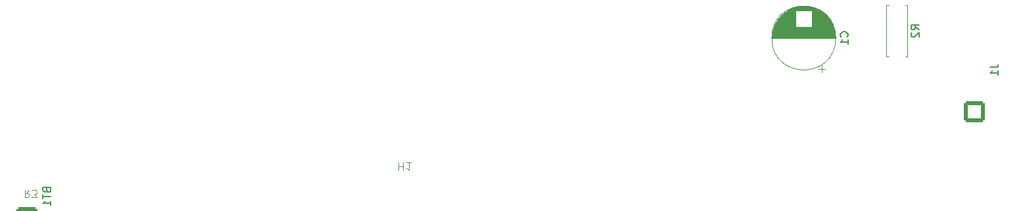
<source format=gbo>
G04 #@! TF.GenerationSoftware,KiCad,Pcbnew,8.0.2*
G04 #@! TF.CreationDate,2024-07-25T20:56:57+08:00*
G04 #@! TF.ProjectId,hitbox,68697462-6f78-42e6-9b69-6361645f7063,rev?*
G04 #@! TF.SameCoordinates,Original*
G04 #@! TF.FileFunction,Legend,Bot*
G04 #@! TF.FilePolarity,Positive*
%FSLAX46Y46*%
G04 Gerber Fmt 4.6, Leading zero omitted, Abs format (unit mm)*
G04 Created by KiCad (PCBNEW 8.0.2) date 2024-07-25 20:56:57*
%MOMM*%
%LPD*%
G01*
G04 APERTURE LIST*
G04 Aperture macros list*
%AMRoundRect*
0 Rectangle with rounded corners*
0 $1 Rounding radius*
0 $2 $3 $4 $5 $6 $7 $8 $9 X,Y pos of 4 corners*
0 Add a 4 corners polygon primitive as box body*
4,1,4,$2,$3,$4,$5,$6,$7,$8,$9,$2,$3,0*
0 Add four circle primitives for the rounded corners*
1,1,$1+$1,$2,$3*
1,1,$1+$1,$4,$5*
1,1,$1+$1,$6,$7*
1,1,$1+$1,$8,$9*
0 Add four rect primitives between the rounded corners*
20,1,$1+$1,$2,$3,$4,$5,0*
20,1,$1+$1,$4,$5,$6,$7,0*
20,1,$1+$1,$6,$7,$8,$9,0*
20,1,$1+$1,$8,$9,$2,$3,0*%
G04 Aperture macros list end*
%ADD10C,0.150000*%
%ADD11C,0.100000*%
%ADD12C,0.120000*%
%ADD13C,3.200000*%
%ADD14C,1.700000*%
%ADD15C,4.000000*%
%ADD16C,2.200000*%
%ADD17R,1.600000X1.600000*%
%ADD18O,1.600000X1.600000*%
%ADD19R,1.700000X1.700000*%
%ADD20O,1.700000X1.700000*%
%ADD21RoundRect,0.250000X1.125000X-1.125000X1.125000X1.125000X-1.125000X1.125000X-1.125000X-1.125000X0*%
%ADD22C,2.750000*%
%ADD23C,1.600000*%
%ADD24R,3.500000X3.500000*%
%ADD25R,3.000000X3.000000*%
G04 APERTURE END LIST*
D10*
X17511009Y-63514285D02*
X17558628Y-63657142D01*
X17558628Y-63657142D02*
X17606247Y-63704761D01*
X17606247Y-63704761D02*
X17701485Y-63752380D01*
X17701485Y-63752380D02*
X17844342Y-63752380D01*
X17844342Y-63752380D02*
X17939580Y-63704761D01*
X17939580Y-63704761D02*
X17987200Y-63657142D01*
X17987200Y-63657142D02*
X18034819Y-63561904D01*
X18034819Y-63561904D02*
X18034819Y-63180952D01*
X18034819Y-63180952D02*
X17034819Y-63180952D01*
X17034819Y-63180952D02*
X17034819Y-63514285D01*
X17034819Y-63514285D02*
X17082438Y-63609523D01*
X17082438Y-63609523D02*
X17130057Y-63657142D01*
X17130057Y-63657142D02*
X17225295Y-63704761D01*
X17225295Y-63704761D02*
X17320533Y-63704761D01*
X17320533Y-63704761D02*
X17415771Y-63657142D01*
X17415771Y-63657142D02*
X17463390Y-63609523D01*
X17463390Y-63609523D02*
X17511009Y-63514285D01*
X17511009Y-63514285D02*
X17511009Y-63180952D01*
X17034819Y-64038095D02*
X17034819Y-64609523D01*
X18034819Y-64323809D02*
X17034819Y-64323809D01*
X18034819Y-65466666D02*
X18034819Y-64895238D01*
X18034819Y-65180952D02*
X17034819Y-65180952D01*
X17034819Y-65180952D02*
X17177676Y-65085714D01*
X17177676Y-65085714D02*
X17272914Y-64990476D01*
X17272914Y-64990476D02*
X17320533Y-64895238D01*
X120609580Y-43735984D02*
X120657200Y-43688365D01*
X120657200Y-43688365D02*
X120704819Y-43545508D01*
X120704819Y-43545508D02*
X120704819Y-43450270D01*
X120704819Y-43450270D02*
X120657200Y-43307413D01*
X120657200Y-43307413D02*
X120561961Y-43212175D01*
X120561961Y-43212175D02*
X120466723Y-43164556D01*
X120466723Y-43164556D02*
X120276247Y-43116937D01*
X120276247Y-43116937D02*
X120133390Y-43116937D01*
X120133390Y-43116937D02*
X119942914Y-43164556D01*
X119942914Y-43164556D02*
X119847676Y-43212175D01*
X119847676Y-43212175D02*
X119752438Y-43307413D01*
X119752438Y-43307413D02*
X119704819Y-43450270D01*
X119704819Y-43450270D02*
X119704819Y-43545508D01*
X119704819Y-43545508D02*
X119752438Y-43688365D01*
X119752438Y-43688365D02*
X119800057Y-43735984D01*
X120704819Y-44688365D02*
X120704819Y-44116937D01*
X120704819Y-44402651D02*
X119704819Y-44402651D01*
X119704819Y-44402651D02*
X119847676Y-44307413D01*
X119847676Y-44307413D02*
X119942914Y-44212175D01*
X119942914Y-44212175D02*
X119990533Y-44116937D01*
X139034819Y-47666666D02*
X139749104Y-47666666D01*
X139749104Y-47666666D02*
X139891961Y-47619047D01*
X139891961Y-47619047D02*
X139987200Y-47523809D01*
X139987200Y-47523809D02*
X140034819Y-47380952D01*
X140034819Y-47380952D02*
X140034819Y-47285714D01*
X140034819Y-48666666D02*
X140034819Y-48095238D01*
X140034819Y-48380952D02*
X139034819Y-48380952D01*
X139034819Y-48380952D02*
X139177676Y-48285714D01*
X139177676Y-48285714D02*
X139272914Y-48190476D01*
X139272914Y-48190476D02*
X139320533Y-48095238D01*
D11*
X15253333Y-63442580D02*
X14920000Y-63918771D01*
X14681905Y-63442580D02*
X14681905Y-64442580D01*
X14681905Y-64442580D02*
X15062857Y-64442580D01*
X15062857Y-64442580D02*
X15158095Y-64394961D01*
X15158095Y-64394961D02*
X15205714Y-64347342D01*
X15205714Y-64347342D02*
X15253333Y-64252104D01*
X15253333Y-64252104D02*
X15253333Y-64109247D01*
X15253333Y-64109247D02*
X15205714Y-64014009D01*
X15205714Y-64014009D02*
X15158095Y-63966390D01*
X15158095Y-63966390D02*
X15062857Y-63918771D01*
X15062857Y-63918771D02*
X14681905Y-63918771D01*
X15586667Y-64442580D02*
X16205714Y-64442580D01*
X16205714Y-64442580D02*
X15872381Y-64061628D01*
X15872381Y-64061628D02*
X16015238Y-64061628D01*
X16015238Y-64061628D02*
X16110476Y-64014009D01*
X16110476Y-64014009D02*
X16158095Y-63966390D01*
X16158095Y-63966390D02*
X16205714Y-63871152D01*
X16205714Y-63871152D02*
X16205714Y-63633057D01*
X16205714Y-63633057D02*
X16158095Y-63537819D01*
X16158095Y-63537819D02*
X16110476Y-63490200D01*
X16110476Y-63490200D02*
X16015238Y-63442580D01*
X16015238Y-63442580D02*
X15729524Y-63442580D01*
X15729524Y-63442580D02*
X15634286Y-63490200D01*
X15634286Y-63490200D02*
X15586667Y-63537819D01*
X62838095Y-59942580D02*
X62838095Y-60942580D01*
X62838095Y-60466390D02*
X63409523Y-60466390D01*
X63409523Y-59942580D02*
X63409523Y-60942580D01*
X64409523Y-59942580D02*
X63838095Y-59942580D01*
X64123809Y-59942580D02*
X64123809Y-60942580D01*
X64123809Y-60942580D02*
X64028571Y-60799723D01*
X64028571Y-60799723D02*
X63933333Y-60704485D01*
X63933333Y-60704485D02*
X63838095Y-60656866D01*
D10*
X129824819Y-42833333D02*
X129348628Y-42500000D01*
X129824819Y-42261905D02*
X128824819Y-42261905D01*
X128824819Y-42261905D02*
X128824819Y-42642857D01*
X128824819Y-42642857D02*
X128872438Y-42738095D01*
X128872438Y-42738095D02*
X128920057Y-42785714D01*
X128920057Y-42785714D02*
X129015295Y-42833333D01*
X129015295Y-42833333D02*
X129158152Y-42833333D01*
X129158152Y-42833333D02*
X129253390Y-42785714D01*
X129253390Y-42785714D02*
X129301009Y-42738095D01*
X129301009Y-42738095D02*
X129348628Y-42642857D01*
X129348628Y-42642857D02*
X129348628Y-42261905D01*
X128920057Y-43214286D02*
X128872438Y-43261905D01*
X128872438Y-43261905D02*
X128824819Y-43357143D01*
X128824819Y-43357143D02*
X128824819Y-43595238D01*
X128824819Y-43595238D02*
X128872438Y-43690476D01*
X128872438Y-43690476D02*
X128920057Y-43738095D01*
X128920057Y-43738095D02*
X129015295Y-43785714D01*
X129015295Y-43785714D02*
X129110533Y-43785714D01*
X129110533Y-43785714D02*
X129253390Y-43738095D01*
X129253390Y-43738095D02*
X129824819Y-43166667D01*
X129824819Y-43166667D02*
X129824819Y-43785714D01*
D12*
X110920000Y-43822651D02*
X119080000Y-43822651D01*
X110920000Y-43862651D02*
X119080000Y-43862651D01*
X110920000Y-43902651D02*
X119080000Y-43902651D01*
X110921000Y-43782651D02*
X119079000Y-43782651D01*
X110923000Y-43742651D02*
X119077000Y-43742651D01*
X110924000Y-43702651D02*
X119076000Y-43702651D01*
X110926000Y-43662651D02*
X119074000Y-43662651D01*
X110929000Y-43622651D02*
X119071000Y-43622651D01*
X110932000Y-43582651D02*
X119068000Y-43582651D01*
X110935000Y-43542651D02*
X119065000Y-43542651D01*
X110939000Y-43502651D02*
X119061000Y-43502651D01*
X110943000Y-43462651D02*
X119057000Y-43462651D01*
X110948000Y-43422651D02*
X119052000Y-43422651D01*
X110952000Y-43382651D02*
X119048000Y-43382651D01*
X110958000Y-43342651D02*
X119042000Y-43342651D01*
X110963000Y-43302651D02*
X119037000Y-43302651D01*
X110970000Y-43262651D02*
X119030000Y-43262651D01*
X110976000Y-43222651D02*
X119024000Y-43222651D01*
X110983000Y-43181651D02*
X119017000Y-43181651D01*
X110990000Y-43141651D02*
X119010000Y-43141651D01*
X110998000Y-43101651D02*
X119002000Y-43101651D01*
X111006000Y-43061651D02*
X118994000Y-43061651D01*
X111015000Y-43021651D02*
X118985000Y-43021651D01*
X111024000Y-42981651D02*
X118976000Y-42981651D01*
X111033000Y-42941651D02*
X118967000Y-42941651D01*
X111043000Y-42901651D02*
X118957000Y-42901651D01*
X111053000Y-42861651D02*
X118947000Y-42861651D01*
X111064000Y-42821651D02*
X118936000Y-42821651D01*
X111075000Y-42781651D02*
X118925000Y-42781651D01*
X111086000Y-42741651D02*
X118914000Y-42741651D01*
X111098000Y-42701651D02*
X118902000Y-42701651D01*
X111111000Y-42661651D02*
X118889000Y-42661651D01*
X111123000Y-42621651D02*
X118877000Y-42621651D01*
X111137000Y-42581651D02*
X118863000Y-42581651D01*
X111150000Y-42541651D02*
X118850000Y-42541651D01*
X111165000Y-42501651D02*
X118835000Y-42501651D01*
X111179000Y-42461651D02*
X118821000Y-42461651D01*
X111195000Y-42421651D02*
X113960000Y-42421651D01*
X111210000Y-42381651D02*
X113960000Y-42381651D01*
X111226000Y-42341651D02*
X113960000Y-42341651D01*
X111243000Y-42301651D02*
X113960000Y-42301651D01*
X111260000Y-42261651D02*
X113960000Y-42261651D01*
X111278000Y-42221651D02*
X113960000Y-42221651D01*
X111296000Y-42181651D02*
X113960000Y-42181651D01*
X111314000Y-42141651D02*
X113960000Y-42141651D01*
X111334000Y-42101651D02*
X113960000Y-42101651D01*
X111353000Y-42061651D02*
X113960000Y-42061651D01*
X111373000Y-42021651D02*
X113960000Y-42021651D01*
X111394000Y-41981651D02*
X113960000Y-41981651D01*
X111416000Y-41941651D02*
X113960000Y-41941651D01*
X111438000Y-41901651D02*
X113960000Y-41901651D01*
X111460000Y-41861651D02*
X113960000Y-41861651D01*
X111483000Y-41821651D02*
X113960000Y-41821651D01*
X111507000Y-41781651D02*
X113960000Y-41781651D01*
X111531000Y-41741651D02*
X113960000Y-41741651D01*
X111556000Y-41701651D02*
X113960000Y-41701651D01*
X111582000Y-41661651D02*
X113960000Y-41661651D01*
X111608000Y-41621651D02*
X113960000Y-41621651D01*
X111635000Y-41581651D02*
X113960000Y-41581651D01*
X111662000Y-41541651D02*
X113960000Y-41541651D01*
X111691000Y-41501651D02*
X113960000Y-41501651D01*
X111720000Y-41461651D02*
X113960000Y-41461651D01*
X111750000Y-41421651D02*
X113960000Y-41421651D01*
X111780000Y-41381651D02*
X113960000Y-41381651D01*
X111811000Y-41341651D02*
X113960000Y-41341651D01*
X111844000Y-41301651D02*
X113960000Y-41301651D01*
X111876000Y-41261651D02*
X113960000Y-41261651D01*
X111910000Y-41221651D02*
X113960000Y-41221651D01*
X111945000Y-41181651D02*
X113960000Y-41181651D01*
X111981000Y-41141651D02*
X113960000Y-41141651D01*
X112017000Y-41101651D02*
X113960000Y-41101651D01*
X112055000Y-41061651D02*
X113960000Y-41061651D01*
X112093000Y-41021651D02*
X113960000Y-41021651D01*
X112133000Y-40981651D02*
X113960000Y-40981651D01*
X112174000Y-40941651D02*
X113960000Y-40941651D01*
X112216000Y-40901651D02*
X113960000Y-40901651D01*
X112259000Y-40861651D02*
X113960000Y-40861651D01*
X112303000Y-40821651D02*
X113960000Y-40821651D01*
X112349000Y-40781651D02*
X113960000Y-40781651D01*
X112396000Y-40741651D02*
X113960000Y-40741651D01*
X112444000Y-40701651D02*
X113960000Y-40701651D01*
X112495000Y-40661651D02*
X113960000Y-40661651D01*
X112546000Y-40621651D02*
X113960000Y-40621651D01*
X112600000Y-40581651D02*
X113960000Y-40581651D01*
X112655000Y-40541651D02*
X113960000Y-40541651D01*
X112713000Y-40501651D02*
X113960000Y-40501651D01*
X112772000Y-40461651D02*
X113960000Y-40461651D01*
X112834000Y-40421651D02*
X113960000Y-40421651D01*
X112898000Y-40381651D02*
X113960000Y-40381651D01*
X112966000Y-40341651D02*
X117034000Y-40341651D01*
X113036000Y-40301651D02*
X116964000Y-40301651D01*
X113110000Y-40261651D02*
X116890000Y-40261651D01*
X113187000Y-40221651D02*
X116813000Y-40221651D01*
X113269000Y-40181651D02*
X116731000Y-40181651D01*
X113355000Y-40141651D02*
X116645000Y-40141651D01*
X113448000Y-40101651D02*
X116552000Y-40101651D01*
X113547000Y-40061651D02*
X116453000Y-40061651D01*
X113654000Y-40021651D02*
X116346000Y-40021651D01*
X113771000Y-39981651D02*
X116229000Y-39981651D01*
X113902000Y-39941651D02*
X116098000Y-39941651D01*
X114052000Y-39901651D02*
X115948000Y-39901651D01*
X114232000Y-39861651D02*
X115768000Y-39861651D01*
X114467000Y-39821651D02*
X115533000Y-39821651D01*
X116040000Y-40381651D02*
X117102000Y-40381651D01*
X116040000Y-40421651D02*
X117166000Y-40421651D01*
X116040000Y-40461651D02*
X117228000Y-40461651D01*
X116040000Y-40501651D02*
X117287000Y-40501651D01*
X116040000Y-40541651D02*
X117345000Y-40541651D01*
X116040000Y-40581651D02*
X117400000Y-40581651D01*
X116040000Y-40621651D02*
X117454000Y-40621651D01*
X116040000Y-40661651D02*
X117505000Y-40661651D01*
X116040000Y-40701651D02*
X117556000Y-40701651D01*
X116040000Y-40741651D02*
X117604000Y-40741651D01*
X116040000Y-40781651D02*
X117651000Y-40781651D01*
X116040000Y-40821651D02*
X117697000Y-40821651D01*
X116040000Y-40861651D02*
X117741000Y-40861651D01*
X116040000Y-40901651D02*
X117784000Y-40901651D01*
X116040000Y-40941651D02*
X117826000Y-40941651D01*
X116040000Y-40981651D02*
X117867000Y-40981651D01*
X116040000Y-41021651D02*
X117907000Y-41021651D01*
X116040000Y-41061651D02*
X117945000Y-41061651D01*
X116040000Y-41101651D02*
X117983000Y-41101651D01*
X116040000Y-41141651D02*
X118019000Y-41141651D01*
X116040000Y-41181651D02*
X118055000Y-41181651D01*
X116040000Y-41221651D02*
X118090000Y-41221651D01*
X116040000Y-41261651D02*
X118124000Y-41261651D01*
X116040000Y-41301651D02*
X118156000Y-41301651D01*
X116040000Y-41341651D02*
X118189000Y-41341651D01*
X116040000Y-41381651D02*
X118220000Y-41381651D01*
X116040000Y-41421651D02*
X118250000Y-41421651D01*
X116040000Y-41461651D02*
X118280000Y-41461651D01*
X116040000Y-41501651D02*
X118309000Y-41501651D01*
X116040000Y-41541651D02*
X118338000Y-41541651D01*
X116040000Y-41581651D02*
X118365000Y-41581651D01*
X116040000Y-41621651D02*
X118392000Y-41621651D01*
X116040000Y-41661651D02*
X118418000Y-41661651D01*
X116040000Y-41701651D02*
X118444000Y-41701651D01*
X116040000Y-41741651D02*
X118469000Y-41741651D01*
X116040000Y-41781651D02*
X118493000Y-41781651D01*
X116040000Y-41821651D02*
X118517000Y-41821651D01*
X116040000Y-41861651D02*
X118540000Y-41861651D01*
X116040000Y-41901651D02*
X118562000Y-41901651D01*
X116040000Y-41941651D02*
X118584000Y-41941651D01*
X116040000Y-41981651D02*
X118606000Y-41981651D01*
X116040000Y-42021651D02*
X118627000Y-42021651D01*
X116040000Y-42061651D02*
X118647000Y-42061651D01*
X116040000Y-42101651D02*
X118666000Y-42101651D01*
X116040000Y-42141651D02*
X118686000Y-42141651D01*
X116040000Y-42181651D02*
X118704000Y-42181651D01*
X116040000Y-42221651D02*
X118722000Y-42221651D01*
X116040000Y-42261651D02*
X118740000Y-42261651D01*
X116040000Y-42301651D02*
X118757000Y-42301651D01*
X116040000Y-42341651D02*
X118774000Y-42341651D01*
X116040000Y-42381651D02*
X118790000Y-42381651D01*
X116040000Y-42421651D02*
X118805000Y-42421651D01*
X116915000Y-47912349D02*
X117715000Y-47912349D01*
X117315000Y-47512349D02*
X117315000Y-48312349D01*
X119120000Y-43902651D02*
G75*
G02*
X110880000Y-43902651I-4120000J0D01*
G01*
X110880000Y-43902651D02*
G75*
G02*
X119120000Y-43902651I4120000J0D01*
G01*
X125630000Y-39730000D02*
X125630000Y-46270000D01*
X125630000Y-46270000D02*
X125960000Y-46270000D01*
X125960000Y-39730000D02*
X125630000Y-39730000D01*
X128040000Y-39730000D02*
X128370000Y-39730000D01*
X128370000Y-39730000D02*
X128370000Y-46270000D01*
X128370000Y-46270000D02*
X128040000Y-46270000D01*
%LPC*%
D13*
X230000000Y-180000000D03*
X-20000000Y-100000000D03*
X230000000Y-16000000D03*
D14*
X248517500Y-23000000D03*
D15*
X243437500Y-23000000D03*
D14*
X238357500Y-23000000D03*
D16*
X240897500Y-28080000D03*
X247247500Y-25540000D03*
D13*
X60000000Y-180000000D03*
X150000000Y-50000000D03*
D14*
X177080000Y-23000000D03*
D15*
X172000000Y-23000000D03*
D14*
X166920000Y-23000000D03*
D16*
X169460000Y-28080000D03*
X175810000Y-25540000D03*
D14*
X200892500Y-23000000D03*
D15*
X195812500Y-23000000D03*
D14*
X190732500Y-23000000D03*
D16*
X193272500Y-28080000D03*
X199622500Y-25540000D03*
D13*
X310000000Y-16000000D03*
D17*
X-8240000Y-18380000D03*
D18*
X-8240000Y-20920000D03*
X-8240000Y-23460000D03*
X-8240000Y-26000000D03*
X-8240000Y-28540000D03*
X-8240000Y-31080000D03*
X-8240000Y-33620000D03*
X-8240000Y-36160000D03*
X-8240000Y-38700000D03*
X-8240000Y-41240000D03*
X-8240000Y-43780000D03*
X-8240000Y-46320000D03*
X7000000Y-46320000D03*
X7000000Y-43780000D03*
X7000000Y-41240000D03*
X7000000Y-38700000D03*
X7000000Y-36160000D03*
X7000000Y-33620000D03*
X7000000Y-31080000D03*
X7000000Y-28540000D03*
X7000000Y-26000000D03*
X7000000Y-23460000D03*
X7000000Y-20920000D03*
X7000000Y-18380000D03*
D13*
X116000000Y-113000000D03*
D14*
X224705000Y-23000000D03*
D15*
X219625000Y-23000000D03*
D14*
X214545000Y-23000000D03*
D16*
X217085000Y-28080000D03*
X223435000Y-25540000D03*
D13*
X310000000Y-180000000D03*
D19*
X-22860000Y-42300000D03*
D20*
X-22860000Y-44840000D03*
X-22860000Y-47380000D03*
X-22860000Y-49920000D03*
X-22860000Y-52460000D03*
X-22860000Y-55000000D03*
X-22860000Y-57540000D03*
X-22860000Y-60080000D03*
X-22860000Y-62620000D03*
X-22860000Y-65160000D03*
X-22860000Y-67700000D03*
X-22860000Y-70240000D03*
D13*
X-20000000Y-16000000D03*
X60000000Y-16000000D03*
D19*
X92300000Y-17000000D03*
D20*
X94840000Y-17000000D03*
X97380000Y-17000000D03*
X99920000Y-17000000D03*
X102460000Y-17000000D03*
X105000000Y-17000000D03*
X107540000Y-17000000D03*
X110080000Y-17000000D03*
X112620000Y-17000000D03*
X115160000Y-17000000D03*
X117700000Y-17000000D03*
X120240000Y-17000000D03*
X122780000Y-17000000D03*
X125320000Y-17000000D03*
X127860000Y-17000000D03*
X130400000Y-17000000D03*
X132940000Y-17000000D03*
X135480000Y-17000000D03*
X138020000Y-17000000D03*
X140560000Y-17000000D03*
D13*
X-20000000Y-180000000D03*
X310000000Y-100000000D03*
X130000000Y-180000000D03*
X200000000Y-77000000D03*
X70000000Y-100000000D03*
X238000000Y-85000000D03*
D21*
X15000000Y-67000000D03*
D22*
X15000000Y-61600000D03*
D17*
X115000000Y-46402651D03*
D23*
X115000000Y-41402651D03*
D21*
X137000000Y-53400000D03*
D22*
X137000000Y-48000000D03*
X137000000Y-42600000D03*
D14*
X21100000Y-51400000D03*
X21180000Y-48860000D03*
X21180000Y-46320000D03*
D24*
X50100000Y-53400000D03*
X50100000Y-48400000D03*
X50100000Y-43400000D03*
D25*
X65100000Y-58400000D03*
X65100000Y-41400000D03*
X105100000Y-58400000D03*
X105100000Y-41400000D03*
D23*
X127000000Y-46810000D03*
D18*
X127000000Y-39190000D03*
%LPD*%
M02*

</source>
